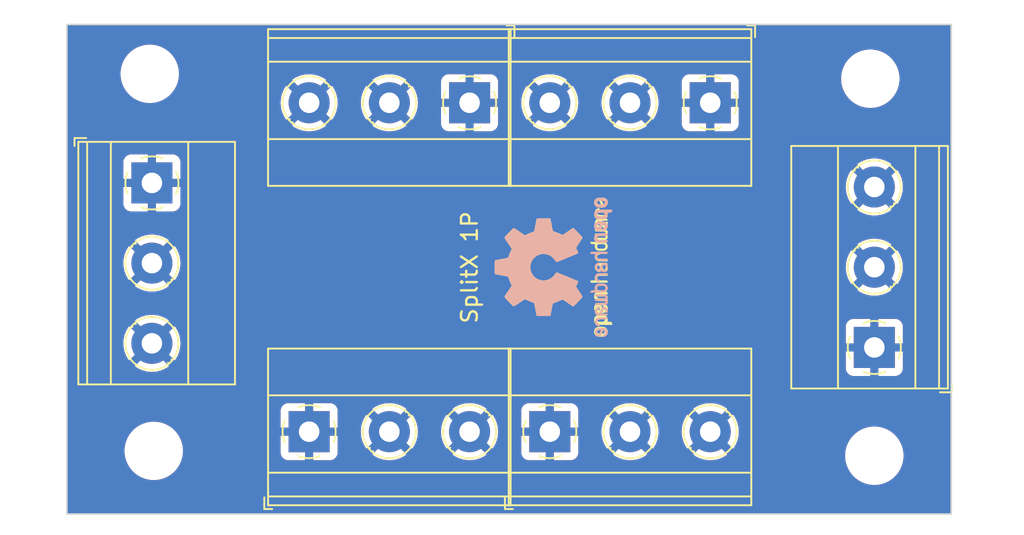
<source format=kicad_pcb>
(kicad_pcb (version 20240108) (generator "pcbnew") (generator_version "8.0")
  (layers (0 "F.Cu" signal) (31 "B.Cu" signal) (34 "B.Paste" user) (35 "F.Paste" user) (36 "B.SilkS" user "B.Silkscreen") (37 "F.SilkS" user "F.Silkscreen") (38 "B.Mask" user) (39 "F.Mask" user) (44 "Edge.Cuts" user))
  (net 0 "")
  (net 1 "Net-(J1-Pad1)")
  (footprint "Symbol:OSHW-Logo2_9.8x8mm_SilkScreen" (layer "F.Cu") (at 146.812 102.87 90)
    (property "Reference" "REF**" (hide yes))
    (property "Value" "OSHW-Logo2_9.8x8mm_SilkScreen" (hide yes))
  )
  (footprint "TerminalBlock_Phoenix:TerminalBlock_Phoenix_MKDS-1,5-3-5.08_1x03_P5.08mm_Horizontal" (layer "F.Cu") (at 121.383 97.531 -90)
    (property "Reference" "J5" (hide yes))
    (property "Value" "Screw_Terminal_01x03")
    (pad "1" thru_hole rect (at 0 0 270) (size 2.6 2.6) (drill 1.3) (layers "*.Cu" "*.Mask") (net 1 "Net-(J1-Pad1)"))
    (pad "2" thru_hole circle (at 5.08 0 270) (size 2.6 2.6) (drill 1.3) (layers "*.Cu" "*.Mask") (net 1 "Net-(J1-Pad1)"))
    (pad "3" thru_hole circle (at 10.16 0 270) (size 2.6 2.6) (drill 1.3) (layers "*.Cu" "*.Mask") (net 1 "Net-(J1-Pad1)"))
  )
  (footprint "TerminalBlock_Phoenix:TerminalBlock_Phoenix_MKDS-1,5-3-5.08_1x03_P5.08mm_Horizontal" (layer "F.Cu") (at 167.132 107.95 90)
    (property "Reference" "J3" (hide yes))
    (property "Value" "Screw_Terminal_01x03")
    (pad "1" thru_hole rect (at 0 0 90) (size 2.6 2.6) (drill 1.3) (layers "*.Cu" "*.Mask") (net 1 "Net-(J1-Pad1)"))
    (pad "2" thru_hole circle (at 5.08 0 90) (size 2.6 2.6) (drill 1.3) (layers "*.Cu" "*.Mask") (net 1 "Net-(J1-Pad1)"))
    (pad "3" thru_hole circle (at 10.16 0 90) (size 2.6 2.6) (drill 1.3) (layers "*.Cu" "*.Mask") (net 1 "Net-(J1-Pad1)"))
  )
  (footprint "MountingHole:MountingHole_3.2mm_M3" (layer "F.Cu") (at 166.878 90.932)
    (property "Reference" "REF**" (hide yes))
    (property "Value" "MountingHole_3.2mm_M3")
    (pad "" np_thru_hole circle (at 0 0) (size 3.2 3.2) (drill 3.2) (layers "*.Cu" "*.Mask"))
  )
  (footprint "TerminalBlock_Phoenix:TerminalBlock_Phoenix_MKDS-1,5-3-5.08_1x03_P5.08mm_Horizontal" (layer "F.Cu") (at 131.34 113.284)
    (property "Reference" "J6" (hide yes))
    (property "Value" "Screw_Terminal_01x03")
    (pad "1" thru_hole rect (at 0 0) (size 2.6 2.6) (drill 1.3) (layers "*.Cu" "*.Mask") (net 1 "Net-(J1-Pad1)"))
    (pad "2" thru_hole circle (at 5.08 0) (size 2.6 2.6) (drill 1.3) (layers "*.Cu" "*.Mask") (net 1 "Net-(J1-Pad1)"))
    (pad "3" thru_hole circle (at 10.16 0) (size 2.6 2.6) (drill 1.3) (layers "*.Cu" "*.Mask") (net 1 "Net-(J1-Pad1)"))
  )
  (footprint "MountingHole:MountingHole_3.2mm_M3" (layer "F.Cu") (at 121.246 90.624)
    (property "Reference" "REF**" (hide yes))
    (property "Value" "MountingHole_3.2mm_M3")
    (pad "" np_thru_hole circle (at 0 0) (size 3.2 3.2) (drill 3.2) (layers "*.Cu" "*.Mask"))
  )
  (footprint "TerminalBlock_Phoenix:TerminalBlock_Phoenix_MKDS-1,5-3-5.08_1x03_P5.08mm_Horizontal" (layer "F.Cu") (at 146.58 113.284)
    (property "Reference" "J4" (hide yes))
    (property "Value" "Screw_Terminal_01x03")
    (pad "1" thru_hole rect (at 0 0) (size 2.6 2.6) (drill 1.3) (layers "*.Cu" "*.Mask") (net 1 "Net-(J1-Pad1)"))
    (pad "2" thru_hole circle (at 5.08 0) (size 2.6 2.6) (drill 1.3) (layers "*.Cu" "*.Mask") (net 1 "Net-(J1-Pad1)"))
    (pad "3" thru_hole circle (at 10.16 0) (size 2.6 2.6) (drill 1.3) (layers "*.Cu" "*.Mask") (net 1 "Net-(J1-Pad1)"))
  )
  (footprint "MountingHole:MountingHole_3.2mm_M3" (layer "F.Cu") (at 121.5 114.5)
    (property "Reference" "REF**" (hide yes))
    (property "Value" "MountingHole_3.2mm_M3")
    (pad "" np_thru_hole circle (at 0 0) (size 3.2 3.2) (drill 3.2) (layers "*.Cu" "*.Mask"))
  )
  (footprint "TerminalBlock_Phoenix:TerminalBlock_Phoenix_MKDS-1,5-3-5.08_1x03_P5.08mm_Horizontal" (layer "F.Cu") (at 156.74 92.456 180)
    (property "Reference" "J1" (hide yes))
    (property "Value" "Screw_Terminal_01x03")
    (pad "1" thru_hole rect (at 0 0 180) (size 2.6 2.6) (drill 1.3) (layers "*.Cu" "*.Mask") (net 1 "Net-(J1-Pad1)"))
    (pad "2" thru_hole circle (at 5.08 0 180) (size 2.6 2.6) (drill 1.3) (layers "*.Cu" "*.Mask") (net 1 "Net-(J1-Pad1)"))
    (pad "3" thru_hole circle (at 10.16 0 180) (size 2.6 2.6) (drill 1.3) (layers "*.Cu" "*.Mask") (net 1 "Net-(J1-Pad1)"))
  )
  (footprint "TerminalBlock_Phoenix:TerminalBlock_Phoenix_MKDS-1,5-3-5.08_1x03_P5.08mm_Horizontal" (layer "F.Cu") (at 141.5 92.456 180)
    (property "Reference" "J2" (hide yes))
    (property "Value" "Screw_Terminal_01x03")
    (pad "1" thru_hole rect (at 0 0 180) (size 2.6 2.6) (drill 1.3) (layers "*.Cu" "*.Mask") (net 1 "Net-(J1-Pad1)"))
    (pad "2" thru_hole circle (at 5.08 0 180) (size 2.6 2.6) (drill 1.3) (layers "*.Cu" "*.Mask") (net 1 "Net-(J1-Pad1)"))
    (pad "3" thru_hole circle (at 10.16 0 180) (size 2.6 2.6) (drill 1.3) (layers "*.Cu" "*.Mask") (net 1 "Net-(J1-Pad1)"))
  )
  (footprint "MountingHole:MountingHole_3.2mm_M3" (layer "F.Cu") (at 167.132 114.808)
    (property "Reference" "REF**" (hide yes))
    (property "Value" "MountingHole_3.2mm_M3")
    (pad "" np_thru_hole circle (at 0 0) (size 3.2 3.2) (drill 3.2) (layers "*.Cu" "*.Mask"))
  )
  (footprint "Symbol:OSHW-Logo2_9.8x8mm_SilkScreen" (layer "B.Cu") (at 146.812 102.87 -90)
    (property "Reference" "REF**" (hide yes))
    (property "Value" "OSHW-Logo2_9.8x8mm_SilkScreen" (hide yes))
  )
  (gr_rect (start 116 87.5) (end 172 118.5) (stroke (width 0.1)) (fill none) (layer "Edge.Cuts"))
  (gr_text "SplitX 1P " (at 141.5 102.5 90) (layer "F.SilkS") (effects (font (size 1 1))))
  (zone (net 1) (net_name "Net-(J1-Pad1)") (layers "F&B.Cu") (connect_pads (clearance 0.508)) (min_thickness 0.254) (fill yes (thermal_gap 0.508) (thermal_bridge_width 0.508))
    (polygon (pts (xy 172.5 119) (xy 115.5 119) (xy 115.5 87) (xy 172.5 87)))
  )
)
</source>
